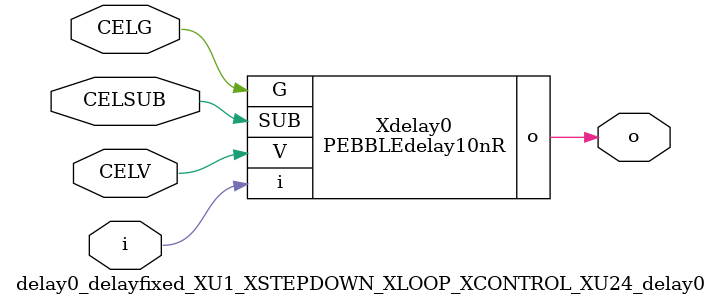
<source format=v>



module PEBBLEdelay10nR ( o, V, G, i, SUB );

  input V;
  input i;
  input G;
  output o;
  input SUB;
endmodule

//Celera Confidential Do Not Copy delay0_delayfixed_XU1_XSTEPDOWN_XLOOP_XCONTROL_XU24_delay0
//TYPE: fixed 10ns
module delay0_delayfixed_XU1_XSTEPDOWN_XLOOP_XCONTROL_XU24_delay0 (i, CELV, o,
CELG,CELSUB);
input CELV;
input i;
output o;
input CELSUB;
input CELG;

//Celera Confidential Do Not Copy delayfast0
PEBBLEdelay10nR Xdelay0(
.V (CELV),
.i (i),
.o (o),
.G (CELG),
.SUB (CELSUB)
);
//,diesize,PEBBLEdelay10nR

//Celera Confidential Do Not Copy Module End
//Celera Schematic Generator
endmodule

</source>
